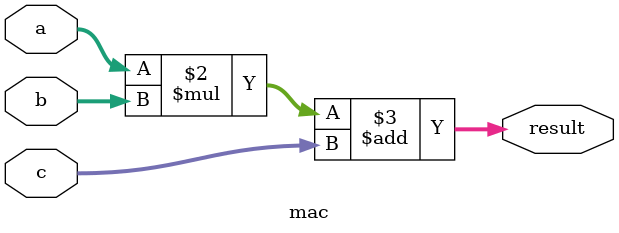
<source format=sv>
module mac #(parameter N = 4, parameter WIDTH=8) (  
    //current_clk_stage means the current clk step, can use genvar to instantiate each MAC step
    input logic signed [WIDTH-1:0] a,
    input logic signed [WIDTH-1:0] b,
    input logic signed [2*WIDTH+N-1:0] c,
    output logic signed [2*WIDTH+N-1:0] result
);

always_comb begin
    result=a*b+c;
end

endmodule
</source>
